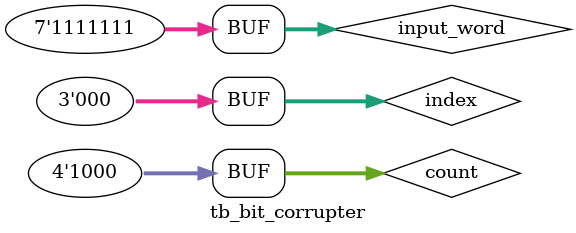
<source format=v>
`timescale 1ns/1ns
module tb_bit_corrupter();
	reg [2:0] index;
	reg [7:1] input_word;
	wire [7:1] output_word;
	
	reg [3:0] count;
	
	bit_corrupter M1(index, input_word, output_word);
	
	initial begin
		input_word = 7'b1111111;
		
		#50;
		
		for(count=0;count<8;count=count+1) begin 
			index = count;
			#50;
		end
		
		index = 0;
		#50;
		
	end
endmodule

</source>
